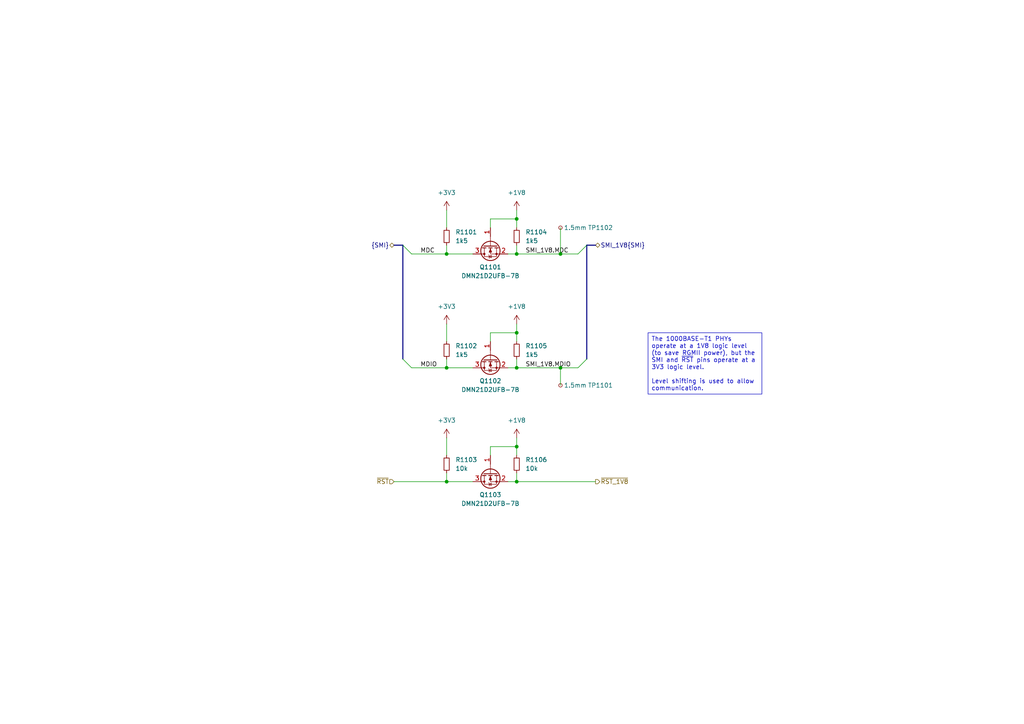
<source format=kicad_sch>
(kicad_sch
	(version 20250114)
	(generator "eeschema")
	(generator_version "9.0")
	(uuid "d955317d-35fb-4952-b0ae-794989d57670")
	(paper "A4")
	(title_block
		(title "SMI Level Shifting")
		(date "2025-06-30")
		(comment 4 "Converts 3.3V PHY management signals to 1.8V.")
	)
	(lib_symbols
		(symbol "Connector:TestPoint_Small"
			(pin_numbers
				(hide yes)
			)
			(pin_names
				(offset 0.762)
				(hide yes)
			)
			(exclude_from_sim no)
			(in_bom yes)
			(on_board yes)
			(property "Reference" "TP"
				(at 0 3.81 0)
				(effects
					(font
						(size 1.27 1.27)
					)
				)
			)
			(property "Value" "TestPoint_Small"
				(at 0 2.032 0)
				(effects
					(font
						(size 1.27 1.27)
					)
				)
			)
			(property "Footprint" ""
				(at 5.08 0 0)
				(effects
					(font
						(size 1.27 1.27)
					)
					(hide yes)
				)
			)
			(property "Datasheet" "~"
				(at 5.08 0 0)
				(effects
					(font
						(size 1.27 1.27)
					)
					(hide yes)
				)
			)
			(property "Description" "test point"
				(at 0 0 0)
				(effects
					(font
						(size 1.27 1.27)
					)
					(hide yes)
				)
			)
			(property "ki_keywords" "test point tp"
				(at 0 0 0)
				(effects
					(font
						(size 1.27 1.27)
					)
					(hide yes)
				)
			)
			(property "ki_fp_filters" "Pin* Test*"
				(at 0 0 0)
				(effects
					(font
						(size 1.27 1.27)
					)
					(hide yes)
				)
			)
			(symbol "TestPoint_Small_0_1"
				(circle
					(center 0 0)
					(radius 0.508)
					(stroke
						(width 0)
						(type default)
					)
					(fill
						(type none)
					)
				)
			)
			(symbol "TestPoint_Small_1_1"
				(pin passive line
					(at 0 0 90)
					(length 0)
					(name "1"
						(effects
							(font
								(size 1.27 1.27)
							)
						)
					)
					(number "1"
						(effects
							(font
								(size 1.27 1.27)
							)
						)
					)
				)
			)
			(embedded_fonts no)
		)
		(symbol "Device:R_Small"
			(pin_numbers
				(hide yes)
			)
			(pin_names
				(offset 0.254)
				(hide yes)
			)
			(exclude_from_sim no)
			(in_bom yes)
			(on_board yes)
			(property "Reference" "R"
				(at 0 0 90)
				(effects
					(font
						(size 1.016 1.016)
					)
				)
			)
			(property "Value" "R_Small"
				(at 1.778 0 90)
				(effects
					(font
						(size 1.27 1.27)
					)
				)
			)
			(property "Footprint" ""
				(at 0 0 0)
				(effects
					(font
						(size 1.27 1.27)
					)
					(hide yes)
				)
			)
			(property "Datasheet" "~"
				(at 0 0 0)
				(effects
					(font
						(size 1.27 1.27)
					)
					(hide yes)
				)
			)
			(property "Description" "Resistor, small symbol"
				(at 0 0 0)
				(effects
					(font
						(size 1.27 1.27)
					)
					(hide yes)
				)
			)
			(property "ki_keywords" "R resistor"
				(at 0 0 0)
				(effects
					(font
						(size 1.27 1.27)
					)
					(hide yes)
				)
			)
			(property "ki_fp_filters" "R_*"
				(at 0 0 0)
				(effects
					(font
						(size 1.27 1.27)
					)
					(hide yes)
				)
			)
			(symbol "R_Small_0_1"
				(rectangle
					(start -0.762 1.778)
					(end 0.762 -1.778)
					(stroke
						(width 0.2032)
						(type default)
					)
					(fill
						(type none)
					)
				)
			)
			(symbol "R_Small_1_1"
				(pin passive line
					(at 0 2.54 270)
					(length 0.762)
					(name "~"
						(effects
							(font
								(size 1.27 1.27)
							)
						)
					)
					(number "1"
						(effects
							(font
								(size 1.27 1.27)
							)
						)
					)
				)
				(pin passive line
					(at 0 -2.54 90)
					(length 0.762)
					(name "~"
						(effects
							(font
								(size 1.27 1.27)
							)
						)
					)
					(number "2"
						(effects
							(font
								(size 1.27 1.27)
							)
						)
					)
				)
			)
			(embedded_fonts no)
		)
		(symbol "MOSFET:DMN21D2UFB-7B"
			(pin_names
				(hide yes)
			)
			(exclude_from_sim no)
			(in_bom yes)
			(on_board yes)
			(property "Reference" "Q"
				(at 11.43 3.81 0)
				(effects
					(font
						(size 1.27 1.27)
					)
					(justify left top)
				)
			)
			(property "Value" "DMN21D2UFB-7B"
				(at 11.43 1.27 0)
				(effects
					(font
						(size 1.27 1.27)
					)
					(justify left top)
				)
			)
			(property "Footprint" "project_footprints:DMN21D2UFB7B"
				(at 11.43 -98.73 0)
				(effects
					(font
						(size 1.27 1.27)
					)
					(justify left top)
					(hide yes)
				)
			)
			(property "Datasheet" "https://componentsearchengine.com/Datasheets/1/DMN21D2UFB-7B.pdf"
				(at 11.43 -198.73 0)
				(effects
					(font
						(size 1.27 1.27)
					)
					(justify left top)
					(hide yes)
				)
			)
			(property "Description" "MOSFET MOSFET BVDSS: 8V-24V X1-DFN1006-3 T&R 10"
				(at 0 -30.48 0)
				(effects
					(font
						(size 1.27 1.27)
					)
					(hide yes)
				)
			)
			(property "Height" "0.53"
				(at 11.43 -398.73 0)
				(effects
					(font
						(size 1.27 1.27)
					)
					(justify left top)
					(hide yes)
				)
			)
			(property "Mouser Part Number" "621-DMN21D2UFB-7B"
				(at 11.43 -498.73 0)
				(effects
					(font
						(size 1.27 1.27)
					)
					(justify left top)
					(hide yes)
				)
			)
			(property "Mouser Price/Stock" ""
				(at 11.43 -598.73 0)
				(effects
					(font
						(size 1.27 1.27)
					)
					(justify left top)
					(hide yes)
				)
			)
			(property "Manufacturer_Name" "Diodes Incorporated"
				(at 11.43 -698.73 0)
				(effects
					(font
						(size 1.27 1.27)
					)
					(justify left top)
					(hide yes)
				)
			)
			(property "Manufacturer_Part_Number" "DMN21D2UFB-7B"
				(at 11.43 -798.73 0)
				(effects
					(font
						(size 1.27 1.27)
					)
					(justify left top)
					(hide yes)
				)
			)
			(symbol "DMN21D2UFB-7B_0_1"
				(polyline
					(pts
						(xy 5.334 1.905) (xy 5.334 -1.905)
					)
					(stroke
						(width 0.254)
						(type default)
					)
					(fill
						(type none)
					)
				)
				(polyline
					(pts
						(xy 5.334 0) (xy 2.54 0)
					)
					(stroke
						(width 0)
						(type default)
					)
					(fill
						(type none)
					)
				)
				(polyline
					(pts
						(xy 5.842 2.286) (xy 5.842 1.27)
					)
					(stroke
						(width 0.254)
						(type default)
					)
					(fill
						(type none)
					)
				)
				(polyline
					(pts
						(xy 5.842 0.508) (xy 5.842 -0.508)
					)
					(stroke
						(width 0.254)
						(type default)
					)
					(fill
						(type none)
					)
				)
				(polyline
					(pts
						(xy 5.842 -1.27) (xy 5.842 -2.286)
					)
					(stroke
						(width 0.254)
						(type default)
					)
					(fill
						(type none)
					)
				)
				(polyline
					(pts
						(xy 5.842 -1.778) (xy 8.382 -1.778) (xy 8.382 1.778) (xy 5.842 1.778)
					)
					(stroke
						(width 0)
						(type default)
					)
					(fill
						(type none)
					)
				)
				(polyline
					(pts
						(xy 6.096 0) (xy 7.112 0.381) (xy 7.112 -0.381) (xy 6.096 0)
					)
					(stroke
						(width 0)
						(type default)
					)
					(fill
						(type outline)
					)
				)
				(circle
					(center 6.731 0)
					(radius 2.794)
					(stroke
						(width 0.254)
						(type default)
					)
					(fill
						(type none)
					)
				)
				(polyline
					(pts
						(xy 7.62 2.54) (xy 7.62 1.778)
					)
					(stroke
						(width 0)
						(type default)
					)
					(fill
						(type none)
					)
				)
				(circle
					(center 7.62 1.778)
					(radius 0.254)
					(stroke
						(width 0)
						(type default)
					)
					(fill
						(type outline)
					)
				)
				(circle
					(center 7.62 -1.778)
					(radius 0.254)
					(stroke
						(width 0)
						(type default)
					)
					(fill
						(type outline)
					)
				)
				(polyline
					(pts
						(xy 7.62 -2.54) (xy 7.62 0) (xy 5.842 0)
					)
					(stroke
						(width 0)
						(type default)
					)
					(fill
						(type none)
					)
				)
				(polyline
					(pts
						(xy 7.874 0.508) (xy 8.001 0.381) (xy 8.763 0.381) (xy 8.89 0.254)
					)
					(stroke
						(width 0)
						(type default)
					)
					(fill
						(type none)
					)
				)
				(polyline
					(pts
						(xy 8.382 0.381) (xy 8.001 -0.254) (xy 8.763 -0.254) (xy 8.382 0.381)
					)
					(stroke
						(width 0)
						(type default)
					)
					(fill
						(type none)
					)
				)
			)
			(symbol "DMN21D2UFB-7B_1_1"
				(pin input line
					(at 0 0 0)
					(length 2.54)
					(name "G"
						(effects
							(font
								(size 1.27 1.27)
							)
						)
					)
					(number "1"
						(effects
							(font
								(size 1.27 1.27)
							)
						)
					)
				)
				(pin passive line
					(at 7.62 5.08 270)
					(length 2.54)
					(name "D"
						(effects
							(font
								(size 1.27 1.27)
							)
						)
					)
					(number "3"
						(effects
							(font
								(size 1.27 1.27)
							)
						)
					)
				)
				(pin passive line
					(at 7.62 -5.08 90)
					(length 2.54)
					(name "S"
						(effects
							(font
								(size 1.27 1.27)
							)
						)
					)
					(number "2"
						(effects
							(font
								(size 1.27 1.27)
							)
						)
					)
				)
			)
			(embedded_fonts no)
		)
		(symbol "power:+1V8"
			(power)
			(pin_numbers
				(hide yes)
			)
			(pin_names
				(offset 0)
				(hide yes)
			)
			(exclude_from_sim no)
			(in_bom yes)
			(on_board yes)
			(property "Reference" "#PWR"
				(at 0 -3.81 0)
				(effects
					(font
						(size 1.27 1.27)
					)
					(hide yes)
				)
			)
			(property "Value" "+1V8"
				(at 0 3.556 0)
				(effects
					(font
						(size 1.27 1.27)
					)
				)
			)
			(property "Footprint" ""
				(at 0 0 0)
				(effects
					(font
						(size 1.27 1.27)
					)
					(hide yes)
				)
			)
			(property "Datasheet" ""
				(at 0 0 0)
				(effects
					(font
						(size 1.27 1.27)
					)
					(hide yes)
				)
			)
			(property "Description" "Power symbol creates a global label with name \"+1V8\""
				(at 0 0 0)
				(effects
					(font
						(size 1.27 1.27)
					)
					(hide yes)
				)
			)
			(property "ki_keywords" "global power"
				(at 0 0 0)
				(effects
					(font
						(size 1.27 1.27)
					)
					(hide yes)
				)
			)
			(symbol "+1V8_0_1"
				(polyline
					(pts
						(xy -0.762 1.27) (xy 0 2.54)
					)
					(stroke
						(width 0)
						(type default)
					)
					(fill
						(type none)
					)
				)
				(polyline
					(pts
						(xy 0 2.54) (xy 0.762 1.27)
					)
					(stroke
						(width 0)
						(type default)
					)
					(fill
						(type none)
					)
				)
				(polyline
					(pts
						(xy 0 0) (xy 0 2.54)
					)
					(stroke
						(width 0)
						(type default)
					)
					(fill
						(type none)
					)
				)
			)
			(symbol "+1V8_1_1"
				(pin power_in line
					(at 0 0 90)
					(length 0)
					(name "~"
						(effects
							(font
								(size 1.27 1.27)
							)
						)
					)
					(number "1"
						(effects
							(font
								(size 1.27 1.27)
							)
						)
					)
				)
			)
			(embedded_fonts no)
		)
		(symbol "power:+3V3"
			(power)
			(pin_numbers
				(hide yes)
			)
			(pin_names
				(offset 0)
				(hide yes)
			)
			(exclude_from_sim no)
			(in_bom yes)
			(on_board yes)
			(property "Reference" "#PWR"
				(at 0 -3.81 0)
				(effects
					(font
						(size 1.27 1.27)
					)
					(hide yes)
				)
			)
			(property "Value" "+3V3"
				(at 0 3.556 0)
				(effects
					(font
						(size 1.27 1.27)
					)
				)
			)
			(property "Footprint" ""
				(at 0 0 0)
				(effects
					(font
						(size 1.27 1.27)
					)
					(hide yes)
				)
			)
			(property "Datasheet" ""
				(at 0 0 0)
				(effects
					(font
						(size 1.27 1.27)
					)
					(hide yes)
				)
			)
			(property "Description" "Power symbol creates a global label with name \"+3V3\""
				(at 0 0 0)
				(effects
					(font
						(size 1.27 1.27)
					)
					(hide yes)
				)
			)
			(property "ki_keywords" "global power"
				(at 0 0 0)
				(effects
					(font
						(size 1.27 1.27)
					)
					(hide yes)
				)
			)
			(symbol "+3V3_0_1"
				(polyline
					(pts
						(xy -0.762 1.27) (xy 0 2.54)
					)
					(stroke
						(width 0)
						(type default)
					)
					(fill
						(type none)
					)
				)
				(polyline
					(pts
						(xy 0 2.54) (xy 0.762 1.27)
					)
					(stroke
						(width 0)
						(type default)
					)
					(fill
						(type none)
					)
				)
				(polyline
					(pts
						(xy 0 0) (xy 0 2.54)
					)
					(stroke
						(width 0)
						(type default)
					)
					(fill
						(type none)
					)
				)
			)
			(symbol "+3V3_1_1"
				(pin power_in line
					(at 0 0 90)
					(length 0)
					(name "~"
						(effects
							(font
								(size 1.27 1.27)
							)
						)
					)
					(number "1"
						(effects
							(font
								(size 1.27 1.27)
							)
						)
					)
				)
			)
			(embedded_fonts no)
		)
	)
	(text_box "The 1000BASE-T1 PHYs operate at a 1V8 logic level (to save RGMII power), but the SMI and ~{RST} pins operate at a 3V3 logic level.\n\nLevel shifting is used to allow communication."
		(exclude_from_sim no)
		(at 187.96 96.52 0)
		(size 33.02 17.78)
		(margins 0.9525 0.9525 0.9525 0.9525)
		(stroke
			(width 0)
			(type solid)
		)
		(fill
			(type none)
		)
		(effects
			(font
				(size 1.27 1.27)
			)
			(justify left top)
		)
		(uuid "900860e7-f77a-4f00-a9a2-03d2371752eb")
	)
	(junction
		(at 149.86 96.52)
		(diameter 0)
		(color 0 0 0 0)
		(uuid "02640387-d91b-4d2b-bbe7-a9f6b1551992")
	)
	(junction
		(at 149.86 139.7)
		(diameter 0)
		(color 0 0 0 0)
		(uuid "05532348-64e0-4cbd-a4d0-ea50db4aecc0")
	)
	(junction
		(at 129.54 73.66)
		(diameter 0)
		(color 0 0 0 0)
		(uuid "0b83e954-a78f-48a6-abb0-212960d0292f")
	)
	(junction
		(at 129.54 139.7)
		(diameter 0)
		(color 0 0 0 0)
		(uuid "4bd00b8d-16f1-4f63-aba9-862bc35bec98")
	)
	(junction
		(at 149.86 129.54)
		(diameter 0)
		(color 0 0 0 0)
		(uuid "4f892415-8870-41e5-bb7a-a9d019c73c16")
	)
	(junction
		(at 129.54 106.68)
		(diameter 0)
		(color 0 0 0 0)
		(uuid "902f599e-5d42-4041-84db-6f02493da975")
	)
	(junction
		(at 149.86 106.68)
		(diameter 0)
		(color 0 0 0 0)
		(uuid "9f58ae46-d8bc-4cc0-8de0-8b638b9764fd")
	)
	(junction
		(at 162.56 106.68)
		(diameter 0)
		(color 0 0 0 0)
		(uuid "e7932b5e-7dd9-45ff-8080-17acae060f15")
	)
	(junction
		(at 162.56 73.66)
		(diameter 0)
		(color 0 0 0 0)
		(uuid "ebc2730e-75df-4a4b-b85b-ff9df0408c07")
	)
	(junction
		(at 149.86 73.66)
		(diameter 0)
		(color 0 0 0 0)
		(uuid "f1c26f82-e4fb-4a26-99c3-3193a17e2bac")
	)
	(junction
		(at 149.86 63.5)
		(diameter 0)
		(color 0 0 0 0)
		(uuid "fd1a4322-4735-4a91-9d96-0f1af556ef7d")
	)
	(bus_entry
		(at 116.84 104.14)
		(size 2.54 2.54)
		(stroke
			(width 0)
			(type default)
		)
		(uuid "3d885405-07f0-4071-aa54-e0a993a76e3d")
	)
	(bus_entry
		(at 116.84 71.12)
		(size 2.54 2.54)
		(stroke
			(width 0)
			(type default)
		)
		(uuid "5e603194-120f-4926-83c4-b2bca214f2bb")
	)
	(bus_entry
		(at 170.18 71.12)
		(size -2.54 2.54)
		(stroke
			(width 0)
			(type default)
		)
		(uuid "9c56e9d6-8a77-4a18-b6a6-23e1a7590a79")
	)
	(bus_entry
		(at 170.18 104.14)
		(size -2.54 2.54)
		(stroke
			(width 0)
			(type default)
		)
		(uuid "e5f5426c-d820-438b-aeb9-9b22d831e077")
	)
	(wire
		(pts
			(xy 149.86 96.52) (xy 149.86 99.06)
		)
		(stroke
			(width 0)
			(type default)
		)
		(uuid "03cfdf74-fdf3-4ac2-85f4-e5790ea0f32b")
	)
	(wire
		(pts
			(xy 142.24 96.52) (xy 149.86 96.52)
		)
		(stroke
			(width 0)
			(type default)
		)
		(uuid "044ba919-5b1e-49fd-ba0f-e1cc6cee5129")
	)
	(wire
		(pts
			(xy 142.24 132.08) (xy 142.24 129.54)
		)
		(stroke
			(width 0)
			(type default)
		)
		(uuid "0d7f3764-fa65-4579-972e-c4e801963cf9")
	)
	(wire
		(pts
			(xy 149.86 63.5) (xy 149.86 66.04)
		)
		(stroke
			(width 0)
			(type default)
		)
		(uuid "11e11e7c-79b6-473b-aacc-4e2089d66ccf")
	)
	(wire
		(pts
			(xy 149.86 93.98) (xy 149.86 96.52)
		)
		(stroke
			(width 0)
			(type default)
		)
		(uuid "16171e8c-269a-45cf-acc5-68127f2e2129")
	)
	(wire
		(pts
			(xy 149.86 73.66) (xy 162.56 73.66)
		)
		(stroke
			(width 0)
			(type default)
		)
		(uuid "171ec628-8a00-4780-ba90-3048df927c4c")
	)
	(wire
		(pts
			(xy 162.56 106.68) (xy 162.56 111.76)
		)
		(stroke
			(width 0)
			(type default)
		)
		(uuid "195308c3-7cbb-46ae-9127-da3d3e094602")
	)
	(wire
		(pts
			(xy 142.24 129.54) (xy 149.86 129.54)
		)
		(stroke
			(width 0)
			(type default)
		)
		(uuid "1eadfe7f-2ef1-46b5-b0dd-0d5fc00b8659")
	)
	(wire
		(pts
			(xy 114.3 139.7) (xy 129.54 139.7)
		)
		(stroke
			(width 0)
			(type default)
		)
		(uuid "213c79d8-4fdd-4937-92f9-fb90c4c24554")
	)
	(wire
		(pts
			(xy 147.32 73.66) (xy 149.86 73.66)
		)
		(stroke
			(width 0)
			(type default)
		)
		(uuid "214333d3-2fc6-4072-a647-cb412a0f28bd")
	)
	(wire
		(pts
			(xy 129.54 60.96) (xy 129.54 66.04)
		)
		(stroke
			(width 0)
			(type default)
		)
		(uuid "2ec6cdb8-c3bb-4840-b352-5fd03c84a73b")
	)
	(wire
		(pts
			(xy 142.24 66.04) (xy 142.24 63.5)
		)
		(stroke
			(width 0)
			(type default)
		)
		(uuid "384dd3b9-1d5a-49b0-86ce-09034df39e36")
	)
	(wire
		(pts
			(xy 142.24 99.06) (xy 142.24 96.52)
		)
		(stroke
			(width 0)
			(type default)
		)
		(uuid "40598e09-b616-46bb-ad14-db1ca7bb9d07")
	)
	(wire
		(pts
			(xy 149.86 104.14) (xy 149.86 106.68)
		)
		(stroke
			(width 0)
			(type default)
		)
		(uuid "4bba16f9-fdd9-4cc3-a3a8-c61553359ffd")
	)
	(wire
		(pts
			(xy 149.86 129.54) (xy 149.86 132.08)
		)
		(stroke
			(width 0)
			(type default)
		)
		(uuid "51551c07-1f62-4950-a0a5-3808e952681e")
	)
	(wire
		(pts
			(xy 149.86 127) (xy 149.86 129.54)
		)
		(stroke
			(width 0)
			(type default)
		)
		(uuid "5c0260a1-329b-4799-9ec8-3752469166a7")
	)
	(wire
		(pts
			(xy 149.86 106.68) (xy 162.56 106.68)
		)
		(stroke
			(width 0)
			(type default)
		)
		(uuid "704c8673-e556-476c-98ab-1d34b33add3b")
	)
	(wire
		(pts
			(xy 162.56 73.66) (xy 167.64 73.66)
		)
		(stroke
			(width 0)
			(type default)
		)
		(uuid "7da8ec7c-f4f2-4a6a-855a-914e6c5ad9db")
	)
	(wire
		(pts
			(xy 149.86 60.96) (xy 149.86 63.5)
		)
		(stroke
			(width 0)
			(type default)
		)
		(uuid "858bbf6e-2359-40d5-8baf-76b1ebeca5a6")
	)
	(wire
		(pts
			(xy 142.24 63.5) (xy 149.86 63.5)
		)
		(stroke
			(width 0)
			(type default)
		)
		(uuid "873689fe-425f-4e2b-acb5-e9fcc74843c2")
	)
	(wire
		(pts
			(xy 149.86 71.12) (xy 149.86 73.66)
		)
		(stroke
			(width 0)
			(type default)
		)
		(uuid "878d4f8e-1c7a-4aaf-b339-b8ee22801ec4")
	)
	(wire
		(pts
			(xy 149.86 137.16) (xy 149.86 139.7)
		)
		(stroke
			(width 0)
			(type default)
		)
		(uuid "9b3a3b9e-c709-4072-a232-78483bacc07d")
	)
	(wire
		(pts
			(xy 129.54 93.98) (xy 129.54 99.06)
		)
		(stroke
			(width 0)
			(type default)
		)
		(uuid "9d3f0677-89f7-4774-a4a4-448beea33eae")
	)
	(wire
		(pts
			(xy 129.54 104.14) (xy 129.54 106.68)
		)
		(stroke
			(width 0)
			(type default)
		)
		(uuid "9f5862c8-7e9d-4d99-b399-095d471b984f")
	)
	(wire
		(pts
			(xy 147.32 106.68) (xy 149.86 106.68)
		)
		(stroke
			(width 0)
			(type default)
		)
		(uuid "a0980aec-5113-437b-a3c4-d5281e1eace6")
	)
	(wire
		(pts
			(xy 162.56 106.68) (xy 167.64 106.68)
		)
		(stroke
			(width 0)
			(type default)
		)
		(uuid "aeb22915-14ca-4720-8cc7-3e9021772877")
	)
	(wire
		(pts
			(xy 149.86 139.7) (xy 172.72 139.7)
		)
		(stroke
			(width 0)
			(type default)
		)
		(uuid "b153f002-6675-4b6e-944c-cf938b6a05bb")
	)
	(wire
		(pts
			(xy 162.56 66.04) (xy 162.56 73.66)
		)
		(stroke
			(width 0)
			(type default)
		)
		(uuid "b6a06c34-2521-4385-87b7-e5388f642361")
	)
	(wire
		(pts
			(xy 119.38 73.66) (xy 129.54 73.66)
		)
		(stroke
			(width 0)
			(type default)
		)
		(uuid "bf2907f1-704d-4bd0-a868-cc46b99293ce")
	)
	(wire
		(pts
			(xy 129.54 127) (xy 129.54 132.08)
		)
		(stroke
			(width 0)
			(type default)
		)
		(uuid "c0217dc5-1d5e-4a4c-ae99-a229448ac819")
	)
	(bus
		(pts
			(xy 170.18 71.12) (xy 172.72 71.12)
		)
		(stroke
			(width 0)
			(type default)
		)
		(uuid "c39aa0fd-4468-48da-950a-f32064ec2448")
	)
	(bus
		(pts
			(xy 116.84 71.12) (xy 114.3 71.12)
		)
		(stroke
			(width 0)
			(type default)
		)
		(uuid "c5b98ff4-1247-4945-a404-c705ceed2e68")
	)
	(bus
		(pts
			(xy 170.18 71.12) (xy 170.18 104.14)
		)
		(stroke
			(width 0)
			(type default)
		)
		(uuid "c73b48d1-fdb5-4551-af3f-fde4e094bbeb")
	)
	(wire
		(pts
			(xy 129.54 137.16) (xy 129.54 139.7)
		)
		(stroke
			(width 0)
			(type default)
		)
		(uuid "cc6f6ab1-ca11-4c3b-922c-7194d5e69eec")
	)
	(wire
		(pts
			(xy 119.38 106.68) (xy 129.54 106.68)
		)
		(stroke
			(width 0)
			(type default)
		)
		(uuid "d4def9bf-f96a-4251-8d84-35db3153d0e5")
	)
	(wire
		(pts
			(xy 147.32 139.7) (xy 149.86 139.7)
		)
		(stroke
			(width 0)
			(type default)
		)
		(uuid "dfd582e3-dfbb-482d-b1e3-e987ba2a17da")
	)
	(wire
		(pts
			(xy 129.54 71.12) (xy 129.54 73.66)
		)
		(stroke
			(width 0)
			(type default)
		)
		(uuid "ed4fd2db-dcd1-4f27-b17c-dfd668927bb2")
	)
	(wire
		(pts
			(xy 129.54 106.68) (xy 137.16 106.68)
		)
		(stroke
			(width 0)
			(type default)
		)
		(uuid "f0542960-d51b-4d42-9abe-cdaa2ffb8fb7")
	)
	(wire
		(pts
			(xy 129.54 73.66) (xy 137.16 73.66)
		)
		(stroke
			(width 0)
			(type default)
		)
		(uuid "f47e2b94-1769-4a6f-95f5-7248aa02a188")
	)
	(bus
		(pts
			(xy 116.84 71.12) (xy 116.84 104.14)
		)
		(stroke
			(width 0)
			(type default)
		)
		(uuid "f52591c7-fee9-4615-a775-c8f37a56f9ac")
	)
	(wire
		(pts
			(xy 129.54 139.7) (xy 137.16 139.7)
		)
		(stroke
			(width 0)
			(type default)
		)
		(uuid "f9de8b64-9b2e-492e-8514-2de5d66d401e")
	)
	(label "SMI_1V8.MDIO"
		(at 152.4 106.68 0)
		(effects
			(font
				(size 1.27 1.27)
			)
			(justify left bottom)
		)
		(uuid "070e454f-7607-4583-8721-411212451354")
	)
	(label "MDC"
		(at 121.92 73.66 0)
		(effects
			(font
				(size 1.27 1.27)
			)
			(justify left bottom)
		)
		(uuid "31251902-fb37-48b0-a524-36493b11f754")
	)
	(label "MDIO"
		(at 121.92 106.68 0)
		(effects
			(font
				(size 1.27 1.27)
			)
			(justify left bottom)
		)
		(uuid "9e0371e7-59af-4992-89c2-b1e1b91b995e")
	)
	(label "SMI_1V8.MDC"
		(at 152.4 73.66 0)
		(effects
			(font
				(size 1.27 1.27)
			)
			(justify left bottom)
		)
		(uuid "a27e24cd-6b40-4bb2-abae-21572e165e16")
	)
	(hierarchical_label "{SMI}"
		(shape bidirectional)
		(at 114.3 71.12 180)
		(effects
			(font
				(size 1.27 1.27)
			)
			(justify right)
		)
		(uuid "5514c730-a648-429c-af16-f342a5543c66")
	)
	(hierarchical_label "~{RST}"
		(shape input)
		(at 114.3 139.7 180)
		(effects
			(font
				(size 1.27 1.27)
			)
			(justify right)
		)
		(uuid "9e76fa52-75a0-4548-9615-6c6d2890754b")
	)
	(hierarchical_label "~{RST_1V8}"
		(shape output)
		(at 172.72 139.7 0)
		(effects
			(font
				(size 1.27 1.27)
			)
			(justify left)
		)
		(uuid "a53a8319-40d4-43ad-b954-85df9490499e")
	)
	(hierarchical_label "SMI_1V8{SMI}"
		(shape bidirectional)
		(at 172.72 71.12 0)
		(effects
			(font
				(size 1.27 1.27)
			)
			(justify left)
		)
		(uuid "e86ca146-6bbc-4390-bd2b-856bfd4be85a")
	)
	(symbol
		(lib_id "MOSFET:DMN21D2UFB-7B")
		(at 142.24 99.06 90)
		(mirror x)
		(unit 1)
		(exclude_from_sim no)
		(in_bom yes)
		(on_board yes)
		(dnp no)
		(uuid "1845c6e0-dc0a-4880-b5d1-a491c3e71b57")
		(property "Reference" "Q1102"
			(at 142.24 110.49 90)
			(effects
				(font
					(size 1.27 1.27)
				)
			)
		)
		(property "Value" "DMN21D2UFB-7B"
			(at 142.24 113.03 90)
			(effects
				(font
					(size 1.27 1.27)
				)
			)
		)
		(property "Footprint" "project_footprints:DMN21D2UFB7B"
			(at 240.97 110.49 0)
			(effects
				(font
					(size 1.27 1.27)
				)
				(justify left top)
				(hide yes)
			)
		)
		(property "Datasheet" "https://componentsearchengine.com/Datasheets/1/DMN21D2UFB-7B.pdf"
			(at 340.97 110.49 0)
			(effects
				(font
					(size 1.27 1.27)
				)
				(justify left top)
				(hide yes)
			)
		)
		(property "Description" "MOSFET MOSFET BVDSS: 8V-24V X1-DFN1006-3 T&R 10"
			(at 172.72 99.06 0)
			(effects
				(font
					(size 1.27 1.27)
				)
				(hide yes)
			)
		)
		(property "Height" "0.53"
			(at 540.97 110.49 0)
			(effects
				(font
					(size 1.27 1.27)
				)
				(justify left top)
				(hide yes)
			)
		)
		(property "Mouser Part Number" "621-DMN21D2UFB-7B"
			(at 640.97 110.49 0)
			(effects
				(font
					(size 1.27 1.27)
				)
				(justify left top)
				(hide yes)
			)
		)
		(property "Mouser Price/Stock" ""
			(at 740.97 110.49 0)
			(effects
				(font
					(size 1.27 1.27)
				)
				(justify left top)
				(hide yes)
			)
		)
		(property "Manufacturer_Name" "Diodes Incorporated"
			(at 840.97 110.49 0)
			(effects
				(font
					(size 1.27 1.27)
				)
				(justify left top)
				(hide yes)
			)
		)
		(property "Manufacturer_Part_Number" "DMN21D2UFB-7B"
			(at 940.97 110.49 0)
			(effects
				(font
					(size 1.27 1.27)
				)
				(justify left top)
				(hide yes)
			)
		)
		(property "Sim.Library" "sim_models\\DMN21D2UFB.spice.txt"
			(at 142.24 99.06 0)
			(effects
				(font
					(size 1.27 1.27)
				)
				(hide yes)
			)
		)
		(property "Sim.Name" "DMN21D2UFB"
			(at 142.24 99.06 0)
			(effects
				(font
					(size 1.27 1.27)
				)
				(hide yes)
			)
		)
		(property "Sim.Device" "SUBCKT"
			(at 142.24 99.06 0)
			(effects
				(font
					(size 1.27 1.27)
				)
				(hide yes)
			)
		)
		(property "Sim.Pins" "1=20 2=30 3=10"
			(at 142.24 99.06 0)
			(effects
				(font
					(size 1.27 1.27)
				)
				(hide yes)
			)
		)
		(pin "1"
			(uuid "6ce3ecbe-eb92-4953-868b-9baa5dab820d")
		)
		(pin "3"
			(uuid "c7d8ffcc-8538-44ed-a4fa-b0c64d7e7659")
		)
		(pin "2"
			(uuid "c9cef2a3-0d55-4b28-9fda-4822034bd34d")
		)
		(instances
			(project "switch_main_v4"
				(path "/a5e57332-4284-4d3c-ab3c-13bc0ddb29b6/71322af8-b569-498c-a6bf-684e9909732c/7f641fd6-8e95-45a8-8c09-4601f61f3219"
					(reference "Q1102")
					(unit 1)
				)
			)
		)
	)
	(symbol
		(lib_id "Connector:TestPoint_Small")
		(at 162.56 66.04 0)
		(unit 1)
		(exclude_from_sim no)
		(in_bom no)
		(on_board yes)
		(dnp no)
		(uuid "23324f56-acab-428f-bcae-ab06fd250ee9")
		(property "Reference" "TP1102"
			(at 177.8 66.04 0)
			(effects
				(font
					(size 1.27 1.27)
				)
				(justify right)
			)
		)
		(property "Value" "1.5mm"
			(at 170.18 66.04 0)
			(effects
				(font
					(size 1.27 1.27)
				)
				(justify right)
			)
		)
		(property "Footprint" "TestPoint:TestPoint_Pad_D1.5mm"
			(at 167.64 66.04 0)
			(effects
				(font
					(size 1.27 1.27)
				)
				(hide yes)
			)
		)
		(property "Datasheet" "~"
			(at 167.64 66.04 0)
			(effects
				(font
					(size 1.27 1.27)
				)
				(hide yes)
			)
		)
		(property "Description" "test point"
			(at 162.56 66.04 0)
			(effects
				(font
					(size 1.27 1.27)
				)
				(hide yes)
			)
		)
		(pin "1"
			(uuid "f0f349fb-b08b-4472-ae51-ef03d749efe6")
		)
		(instances
			(project "switch_main_v4"
				(path "/a5e57332-4284-4d3c-ab3c-13bc0ddb29b6/71322af8-b569-498c-a6bf-684e9909732c/7f641fd6-8e95-45a8-8c09-4601f61f3219"
					(reference "TP1102")
					(unit 1)
				)
			)
		)
	)
	(symbol
		(lib_id "power:+1V8")
		(at 149.86 93.98 0)
		(unit 1)
		(exclude_from_sim no)
		(in_bom yes)
		(on_board yes)
		(dnp no)
		(fields_autoplaced yes)
		(uuid "330314a8-e731-473b-b4ed-b98935797ed9")
		(property "Reference" "#PWR01105"
			(at 149.86 97.79 0)
			(effects
				(font
					(size 1.27 1.27)
				)
				(hide yes)
			)
		)
		(property "Value" "+1V8"
			(at 149.86 88.9 0)
			(effects
				(font
					(size 1.27 1.27)
				)
			)
		)
		(property "Footprint" ""
			(at 149.86 93.98 0)
			(effects
				(font
					(size 1.27 1.27)
				)
				(hide yes)
			)
		)
		(property "Datasheet" ""
			(at 149.86 93.98 0)
			(effects
				(font
					(size 1.27 1.27)
				)
				(hide yes)
			)
		)
		(property "Description" "Power symbol creates a global label with name \"+1V8\""
			(at 149.86 93.98 0)
			(effects
				(font
					(size 1.27 1.27)
				)
				(hide yes)
			)
		)
		(pin "1"
			(uuid "0eccb489-ba23-472b-be60-5468e8b90623")
		)
		(instances
			(project "switch_main_v4"
				(path "/a5e57332-4284-4d3c-ab3c-13bc0ddb29b6/71322af8-b569-498c-a6bf-684e9909732c/7f641fd6-8e95-45a8-8c09-4601f61f3219"
					(reference "#PWR01105")
					(unit 1)
				)
			)
		)
	)
	(symbol
		(lib_id "power:+3V3")
		(at 129.54 60.96 0)
		(unit 1)
		(exclude_from_sim no)
		(in_bom yes)
		(on_board yes)
		(dnp no)
		(fields_autoplaced yes)
		(uuid "3f1de085-a8ca-4692-b195-45e2a662deed")
		(property "Reference" "#PWR01101"
			(at 129.54 64.77 0)
			(effects
				(font
					(size 1.27 1.27)
				)
				(hide yes)
			)
		)
		(property "Value" "+3V3"
			(at 129.54 55.88 0)
			(effects
				(font
					(size 1.27 1.27)
				)
			)
		)
		(property "Footprint" ""
			(at 129.54 60.96 0)
			(effects
				(font
					(size 1.27 1.27)
				)
				(hide yes)
			)
		)
		(property "Datasheet" ""
			(at 129.54 60.96 0)
			(effects
				(font
					(size 1.27 1.27)
				)
				(hide yes)
			)
		)
		(property "Description" "Power symbol creates a global label with name \"+3V3\""
			(at 129.54 60.96 0)
			(effects
				(font
					(size 1.27 1.27)
				)
				(hide yes)
			)
		)
		(pin "1"
			(uuid "8f8a51cd-e1cf-4cca-95f8-ff583173afae")
		)
		(instances
			(project "switch_main_v4"
				(path "/a5e57332-4284-4d3c-ab3c-13bc0ddb29b6/71322af8-b569-498c-a6bf-684e9909732c/7f641fd6-8e95-45a8-8c09-4601f61f3219"
					(reference "#PWR01101")
					(unit 1)
				)
			)
		)
	)
	(symbol
		(lib_id "Device:R_Small")
		(at 129.54 101.6 180)
		(unit 1)
		(exclude_from_sim no)
		(in_bom yes)
		(on_board yes)
		(dnp no)
		(uuid "43383970-e7d6-40bb-bac6-62442559e184")
		(property "Reference" "R1102"
			(at 132.08 100.3299 0)
			(effects
				(font
					(size 1.27 1.27)
				)
				(justify right)
			)
		)
		(property "Value" "1k5"
			(at 132.08 102.8699 0)
			(effects
				(font
					(size 1.27 1.27)
				)
				(justify right)
			)
		)
		(property "Footprint" "Resistor_SMD:R_0402_1005Metric"
			(at 129.54 101.6 0)
			(effects
				(font
					(size 1.27 1.27)
				)
				(hide yes)
			)
		)
		(property "Datasheet" "~"
			(at 129.54 101.6 0)
			(effects
				(font
					(size 1.27 1.27)
				)
				(hide yes)
			)
		)
		(property "Description" "Resistor, small symbol"
			(at 129.54 101.6 0)
			(effects
				(font
					(size 1.27 1.27)
				)
				(hide yes)
			)
		)
		(pin "2"
			(uuid "5de5d448-9ef1-4ea5-9bfa-a55408b5ff5d")
		)
		(pin "1"
			(uuid "95aba4ad-9111-47af-8246-394ee1ab86d2")
		)
		(instances
			(project "switch_main_v4"
				(path "/a5e57332-4284-4d3c-ab3c-13bc0ddb29b6/71322af8-b569-498c-a6bf-684e9909732c/7f641fd6-8e95-45a8-8c09-4601f61f3219"
					(reference "R1102")
					(unit 1)
				)
			)
		)
	)
	(symbol
		(lib_id "power:+1V8")
		(at 149.86 127 0)
		(unit 1)
		(exclude_from_sim no)
		(in_bom yes)
		(on_board yes)
		(dnp no)
		(fields_autoplaced yes)
		(uuid "48de2634-aae3-465d-afdd-ed0fd8aa4b87")
		(property "Reference" "#PWR01106"
			(at 149.86 130.81 0)
			(effects
				(font
					(size 1.27 1.27)
				)
				(hide yes)
			)
		)
		(property "Value" "+1V8"
			(at 149.86 121.92 0)
			(effects
				(font
					(size 1.27 1.27)
				)
			)
		)
		(property "Footprint" ""
			(at 149.86 127 0)
			(effects
				(font
					(size 1.27 1.27)
				)
				(hide yes)
			)
		)
		(property "Datasheet" ""
			(at 149.86 127 0)
			(effects
				(font
					(size 1.27 1.27)
				)
				(hide yes)
			)
		)
		(property "Description" "Power symbol creates a global label with name \"+1V8\""
			(at 149.86 127 0)
			(effects
				(font
					(size 1.27 1.27)
				)
				(hide yes)
			)
		)
		(pin "1"
			(uuid "6c87d177-195a-4902-8fc5-f1b20a54e9da")
		)
		(instances
			(project "switch_main_v4"
				(path "/a5e57332-4284-4d3c-ab3c-13bc0ddb29b6/71322af8-b569-498c-a6bf-684e9909732c/7f641fd6-8e95-45a8-8c09-4601f61f3219"
					(reference "#PWR01106")
					(unit 1)
				)
			)
		)
	)
	(symbol
		(lib_id "Device:R_Small")
		(at 129.54 68.58 180)
		(unit 1)
		(exclude_from_sim no)
		(in_bom yes)
		(on_board yes)
		(dnp no)
		(uuid "490e974a-61b3-4a97-b741-b60a6c108bd2")
		(property "Reference" "R1101"
			(at 132.08 67.3099 0)
			(effects
				(font
					(size 1.27 1.27)
				)
				(justify right)
			)
		)
		(property "Value" "1k5"
			(at 132.08 69.8499 0)
			(effects
				(font
					(size 1.27 1.27)
				)
				(justify right)
			)
		)
		(property "Footprint" "Resistor_SMD:R_0402_1005Metric"
			(at 129.54 68.58 0)
			(effects
				(font
					(size 1.27 1.27)
				)
				(hide yes)
			)
		)
		(property "Datasheet" "~"
			(at 129.54 68.58 0)
			(effects
				(font
					(size 1.27 1.27)
				)
				(hide yes)
			)
		)
		(property "Description" "Resistor, small symbol"
			(at 129.54 68.58 0)
			(effects
				(font
					(size 1.27 1.27)
				)
				(hide yes)
			)
		)
		(pin "2"
			(uuid "ee09f1e8-e873-4b65-97ac-b5d6cbcaf26e")
		)
		(pin "1"
			(uuid "5945f0ae-c669-45cc-870a-0d6793786394")
		)
		(instances
			(project "switch_main_v4"
				(path "/a5e57332-4284-4d3c-ab3c-13bc0ddb29b6/71322af8-b569-498c-a6bf-684e9909732c/7f641fd6-8e95-45a8-8c09-4601f61f3219"
					(reference "R1101")
					(unit 1)
				)
			)
		)
	)
	(symbol
		(lib_id "Device:R_Small")
		(at 129.54 134.62 180)
		(unit 1)
		(exclude_from_sim no)
		(in_bom yes)
		(on_board yes)
		(dnp no)
		(uuid "5e7e46d3-353c-45f3-8593-f9c5427181ab")
		(property "Reference" "R1103"
			(at 132.08 133.3499 0)
			(effects
				(font
					(size 1.27 1.27)
				)
				(justify right)
			)
		)
		(property "Value" "10k"
			(at 132.08 135.8899 0)
			(effects
				(font
					(size 1.27 1.27)
				)
				(justify right)
			)
		)
		(property "Footprint" "Resistor_SMD:R_0402_1005Metric"
			(at 129.54 134.62 0)
			(effects
				(font
					(size 1.27 1.27)
				)
				(hide yes)
			)
		)
		(property "Datasheet" "~"
			(at 129.54 134.62 0)
			(effects
				(font
					(size 1.27 1.27)
				)
				(hide yes)
			)
		)
		(property "Description" "Resistor, small symbol"
			(at 129.54 134.62 0)
			(effects
				(font
					(size 1.27 1.27)
				)
				(hide yes)
			)
		)
		(pin "2"
			(uuid "63af6d0b-d63c-4948-8d56-9d4e6199260b")
		)
		(pin "1"
			(uuid "b6894cce-dbd4-4845-abdb-9efef533ca2e")
		)
		(instances
			(project "switch_main_v4"
				(path "/a5e57332-4284-4d3c-ab3c-13bc0ddb29b6/71322af8-b569-498c-a6bf-684e9909732c/7f641fd6-8e95-45a8-8c09-4601f61f3219"
					(reference "R1103")
					(unit 1)
				)
			)
		)
	)
	(symbol
		(lib_id "Connector:TestPoint_Small")
		(at 162.56 111.76 0)
		(unit 1)
		(exclude_from_sim no)
		(in_bom no)
		(on_board yes)
		(dnp no)
		(uuid "670563b0-fd62-4fd8-838b-3d74d7c62370")
		(property "Reference" "TP1101"
			(at 177.8 111.76 0)
			(effects
				(font
					(size 1.27 1.27)
				)
				(justify right)
			)
		)
		(property "Value" "1.5mm"
			(at 170.18 111.76 0)
			(effects
				(font
					(size 1.27 1.27)
				)
				(justify right)
			)
		)
		(property "Footprint" "TestPoint:TestPoint_Pad_D1.5mm"
			(at 167.64 111.76 0)
			(effects
				(font
					(size 1.27 1.27)
				)
				(hide yes)
			)
		)
		(property "Datasheet" "~"
			(at 167.64 111.76 0)
			(effects
				(font
					(size 1.27 1.27)
				)
				(hide yes)
			)
		)
		(property "Description" "test point"
			(at 162.56 111.76 0)
			(effects
				(font
					(size 1.27 1.27)
				)
				(hide yes)
			)
		)
		(pin "1"
			(uuid "3ee287c2-edbd-486c-ac13-ffebc6ff89ff")
		)
		(instances
			(project "switch_main_v4"
				(path "/a5e57332-4284-4d3c-ab3c-13bc0ddb29b6/71322af8-b569-498c-a6bf-684e9909732c/7f641fd6-8e95-45a8-8c09-4601f61f3219"
					(reference "TP1101")
					(unit 1)
				)
			)
		)
	)
	(symbol
		(lib_id "power:+3V3")
		(at 129.54 127 0)
		(unit 1)
		(exclude_from_sim no)
		(in_bom yes)
		(on_board yes)
		(dnp no)
		(fields_autoplaced yes)
		(uuid "6fa110a4-b1c8-481d-877c-d5f9008fbee7")
		(property "Reference" "#PWR01103"
			(at 129.54 130.81 0)
			(effects
				(font
					(size 1.27 1.27)
				)
				(hide yes)
			)
		)
		(property "Value" "+3V3"
			(at 129.54 121.92 0)
			(effects
				(font
					(size 1.27 1.27)
				)
			)
		)
		(property "Footprint" ""
			(at 129.54 127 0)
			(effects
				(font
					(size 1.27 1.27)
				)
				(hide yes)
			)
		)
		(property "Datasheet" ""
			(at 129.54 127 0)
			(effects
				(font
					(size 1.27 1.27)
				)
				(hide yes)
			)
		)
		(property "Description" "Power symbol creates a global label with name \"+3V3\""
			(at 129.54 127 0)
			(effects
				(font
					(size 1.27 1.27)
				)
				(hide yes)
			)
		)
		(pin "1"
			(uuid "b756bb0e-3ab7-42a4-9660-5f1b813f7b3b")
		)
		(instances
			(project "switch_main_v4"
				(path "/a5e57332-4284-4d3c-ab3c-13bc0ddb29b6/71322af8-b569-498c-a6bf-684e9909732c/7f641fd6-8e95-45a8-8c09-4601f61f3219"
					(reference "#PWR01103")
					(unit 1)
				)
			)
		)
	)
	(symbol
		(lib_id "power:+3V3")
		(at 129.54 93.98 0)
		(unit 1)
		(exclude_from_sim no)
		(in_bom yes)
		(on_board yes)
		(dnp no)
		(fields_autoplaced yes)
		(uuid "802fb476-8a7c-42e2-8487-046ca517d864")
		(property "Reference" "#PWR01102"
			(at 129.54 97.79 0)
			(effects
				(font
					(size 1.27 1.27)
				)
				(hide yes)
			)
		)
		(property "Value" "+3V3"
			(at 129.54 88.9 0)
			(effects
				(font
					(size 1.27 1.27)
				)
			)
		)
		(property "Footprint" ""
			(at 129.54 93.98 0)
			(effects
				(font
					(size 1.27 1.27)
				)
				(hide yes)
			)
		)
		(property "Datasheet" ""
			(at 129.54 93.98 0)
			(effects
				(font
					(size 1.27 1.27)
				)
				(hide yes)
			)
		)
		(property "Description" "Power symbol creates a global label with name \"+3V3\""
			(at 129.54 93.98 0)
			(effects
				(font
					(size 1.27 1.27)
				)
				(hide yes)
			)
		)
		(pin "1"
			(uuid "2f50a4f7-f1dc-4d9c-b8b6-e7497d23bc69")
		)
		(instances
			(project "switch_main_v4"
				(path "/a5e57332-4284-4d3c-ab3c-13bc0ddb29b6/71322af8-b569-498c-a6bf-684e9909732c/7f641fd6-8e95-45a8-8c09-4601f61f3219"
					(reference "#PWR01102")
					(unit 1)
				)
			)
		)
	)
	(symbol
		(lib_id "MOSFET:DMN21D2UFB-7B")
		(at 142.24 66.04 90)
		(mirror x)
		(unit 1)
		(exclude_from_sim no)
		(in_bom yes)
		(on_board yes)
		(dnp no)
		(uuid "81bc9205-d296-4f85-9903-a231a9a00c92")
		(property "Reference" "Q1101"
			(at 142.24 77.47 90)
			(effects
				(font
					(size 1.27 1.27)
				)
			)
		)
		(property "Value" "DMN21D2UFB-7B"
			(at 142.24 80.01 90)
			(effects
				(font
					(size 1.27 1.27)
				)
			)
		)
		(property "Footprint" "project_footprints:DMN21D2UFB7B"
			(at 240.97 77.47 0)
			(effects
				(font
					(size 1.27 1.27)
				)
				(justify left top)
				(hide yes)
			)
		)
		(property "Datasheet" "https://componentsearchengine.com/Datasheets/1/DMN21D2UFB-7B.pdf"
			(at 340.97 77.47 0)
			(effects
				(font
					(size 1.27 1.27)
				)
				(justify left top)
				(hide yes)
			)
		)
		(property "Description" "MOSFET MOSFET BVDSS: 8V-24V X1-DFN1006-3 T&R 10"
			(at 172.72 66.04 0)
			(effects
				(font
					(size 1.27 1.27)
				)
				(hide yes)
			)
		)
		(property "Height" "0.53"
			(at 540.97 77.47 0)
			(effects
				(font
					(size 1.27 1.27)
				)
				(justify left top)
				(hide yes)
			)
		)
		(property "Mouser Part Number" "621-DMN21D2UFB-7B"
			(at 640.97 77.47 0)
			(effects
				(font
					(size 1.27 1.27)
				)
				(justify left top)
				(hide yes)
			)
		)
		(property "Mouser Price/Stock" ""
			(at 740.97 77.47 0)
			(effects
				(font
					(size 1.27 1.27)
				)
				(justify left top)
				(hide yes)
			)
		)
		(property "Manufacturer_Name" "Diodes Incorporated"
			(at 840.97 77.47 0)
			(effects
				(font
					(size 1.27 1.27)
				)
				(justify left top)
				(hide yes)
			)
		)
		(property "Manufacturer_Part_Number" "DMN21D2UFB-7B"
			(at 940.97 77.47 0)
			(effects
				(font
					(size 1.27 1.27)
				)
				(justify left top)
				(hide yes)
			)
		)
		(property "Sim.Library" "sim_models\\DMN21D2UFB.spice.txt"
			(at 142.24 66.04 0)
			(effects
				(font
					(size 1.27 1.27)
				)
				(hide yes)
			)
		)
		(property "Sim.Name" "DMN21D2UFB"
			(at 142.24 66.04 0)
			(effects
				(font
					(size 1.27 1.27)
				)
				(hide yes)
			)
		)
		(property "Sim.Device" "SUBCKT"
			(at 142.24 66.04 0)
			(effects
				(font
					(size 1.27 1.27)
				)
				(hide yes)
			)
		)
		(property "Sim.Pins" "1=20 2=30 3=10"
			(at 142.24 66.04 0)
			(effects
				(font
					(size 1.27 1.27)
				)
				(hide yes)
			)
		)
		(pin "1"
			(uuid "11197d1c-0058-4125-b8b8-c80218b87f7b")
		)
		(pin "3"
			(uuid "d055e944-df77-4b7b-a048-944278b049cc")
		)
		(pin "2"
			(uuid "7c23bbf8-f3da-4f6c-85d1-73fc2ec957de")
		)
		(instances
			(project "switch_main_v4"
				(path "/a5e57332-4284-4d3c-ab3c-13bc0ddb29b6/71322af8-b569-498c-a6bf-684e9909732c/7f641fd6-8e95-45a8-8c09-4601f61f3219"
					(reference "Q1101")
					(unit 1)
				)
			)
		)
	)
	(symbol
		(lib_id "Device:R_Small")
		(at 149.86 134.62 180)
		(unit 1)
		(exclude_from_sim no)
		(in_bom yes)
		(on_board yes)
		(dnp no)
		(uuid "a727eff1-c65f-4fd6-93c8-1be72f8003c1")
		(property "Reference" "R1106"
			(at 152.4 133.3499 0)
			(effects
				(font
					(size 1.27 1.27)
				)
				(justify right)
			)
		)
		(property "Value" "10k"
			(at 152.4 135.8899 0)
			(effects
				(font
					(size 1.27 1.27)
				)
				(justify right)
			)
		)
		(property "Footprint" "Resistor_SMD:R_0402_1005Metric"
			(at 149.86 134.62 0)
			(effects
				(font
					(size 1.27 1.27)
				)
				(hide yes)
			)
		)
		(property "Datasheet" "~"
			(at 149.86 134.62 0)
			(effects
				(font
					(size 1.27 1.27)
				)
				(hide yes)
			)
		)
		(property "Description" "Resistor, small symbol"
			(at 149.86 134.62 0)
			(effects
				(font
					(size 1.27 1.27)
				)
				(hide yes)
			)
		)
		(pin "2"
			(uuid "0c492838-dc73-4036-aff9-04361e6bdd76")
		)
		(pin "1"
			(uuid "fd7c1b26-ee2c-4a4f-a766-d482271290a5")
		)
		(instances
			(project "switch_main_v4"
				(path "/a5e57332-4284-4d3c-ab3c-13bc0ddb29b6/71322af8-b569-498c-a6bf-684e9909732c/7f641fd6-8e95-45a8-8c09-4601f61f3219"
					(reference "R1106")
					(unit 1)
				)
			)
		)
	)
	(symbol
		(lib_id "Device:R_Small")
		(at 149.86 101.6 180)
		(unit 1)
		(exclude_from_sim no)
		(in_bom yes)
		(on_board yes)
		(dnp no)
		(uuid "c0f77c18-1754-4f67-8838-9b5fd02a87e0")
		(property "Reference" "R1105"
			(at 152.4 100.3299 0)
			(effects
				(font
					(size 1.27 1.27)
				)
				(justify right)
			)
		)
		(property "Value" "1k5"
			(at 152.4 102.8699 0)
			(effects
				(font
					(size 1.27 1.27)
				)
				(justify right)
			)
		)
		(property "Footprint" "Resistor_SMD:R_0402_1005Metric"
			(at 149.86 101.6 0)
			(effects
				(font
					(size 1.27 1.27)
				)
				(hide yes)
			)
		)
		(property "Datasheet" "~"
			(at 149.86 101.6 0)
			(effects
				(font
					(size 1.27 1.27)
				)
				(hide yes)
			)
		)
		(property "Description" "Resistor, small symbol"
			(at 149.86 101.6 0)
			(effects
				(font
					(size 1.27 1.27)
				)
				(hide yes)
			)
		)
		(pin "2"
			(uuid "ebe3180d-4cb1-4913-b822-636bb2cceb5e")
		)
		(pin "1"
			(uuid "81d87c08-13ac-43b1-9a64-fffc5da6ba28")
		)
		(instances
			(project "switch_main_v4"
				(path "/a5e57332-4284-4d3c-ab3c-13bc0ddb29b6/71322af8-b569-498c-a6bf-684e9909732c/7f641fd6-8e95-45a8-8c09-4601f61f3219"
					(reference "R1105")
					(unit 1)
				)
			)
		)
	)
	(symbol
		(lib_id "Device:R_Small")
		(at 149.86 68.58 180)
		(unit 1)
		(exclude_from_sim no)
		(in_bom yes)
		(on_board yes)
		(dnp no)
		(uuid "e8549bac-dd84-451a-af23-1bb64d1d4e16")
		(property "Reference" "R1104"
			(at 152.4 67.3099 0)
			(effects
				(font
					(size 1.27 1.27)
				)
				(justify right)
			)
		)
		(property "Value" "1k5"
			(at 152.4 69.8499 0)
			(effects
				(font
					(size 1.27 1.27)
				)
				(justify right)
			)
		)
		(property "Footprint" "Resistor_SMD:R_0402_1005Metric"
			(at 149.86 68.58 0)
			(effects
				(font
					(size 1.27 1.27)
				)
				(hide yes)
			)
		)
		(property "Datasheet" "~"
			(at 149.86 68.58 0)
			(effects
				(font
					(size 1.27 1.27)
				)
				(hide yes)
			)
		)
		(property "Description" "Resistor, small symbol"
			(at 149.86 68.58 0)
			(effects
				(font
					(size 1.27 1.27)
				)
				(hide yes)
			)
		)
		(pin "2"
			(uuid "422c760b-64c2-4f95-b49c-1f3e4e2ab316")
		)
		(pin "1"
			(uuid "c1a027d7-3e10-4b8c-b9a0-a53409dff21c")
		)
		(instances
			(project "switch_main_v4"
				(path "/a5e57332-4284-4d3c-ab3c-13bc0ddb29b6/71322af8-b569-498c-a6bf-684e9909732c/7f641fd6-8e95-45a8-8c09-4601f61f3219"
					(reference "R1104")
					(unit 1)
				)
			)
		)
	)
	(symbol
		(lib_id "power:+1V8")
		(at 149.86 60.96 0)
		(unit 1)
		(exclude_from_sim no)
		(in_bom yes)
		(on_board yes)
		(dnp no)
		(fields_autoplaced yes)
		(uuid "f2e0da69-b1d8-480d-bbc7-3ee5d549e550")
		(property "Reference" "#PWR01104"
			(at 149.86 64.77 0)
			(effects
				(font
					(size 1.27 1.27)
				)
				(hide yes)
			)
		)
		(property "Value" "+1V8"
			(at 149.86 55.88 0)
			(effects
				(font
					(size 1.27 1.27)
				)
			)
		)
		(property "Footprint" ""
			(at 149.86 60.96 0)
			(effects
				(font
					(size 1.27 1.27)
				)
				(hide yes)
			)
		)
		(property "Datasheet" ""
			(at 149.86 60.96 0)
			(effects
				(font
					(size 1.27 1.27)
				)
				(hide yes)
			)
		)
		(property "Description" "Power symbol creates a global label with name \"+1V8\""
			(at 149.86 60.96 0)
			(effects
				(font
					(size 1.27 1.27)
				)
				(hide yes)
			)
		)
		(pin "1"
			(uuid "60d16b0a-e32d-4354-99d8-2ca172a48325")
		)
		(instances
			(project "switch_main_v4"
				(path "/a5e57332-4284-4d3c-ab3c-13bc0ddb29b6/71322af8-b569-498c-a6bf-684e9909732c/7f641fd6-8e95-45a8-8c09-4601f61f3219"
					(reference "#PWR01104")
					(unit 1)
				)
			)
		)
	)
	(symbol
		(lib_id "MOSFET:DMN21D2UFB-7B")
		(at 142.24 132.08 90)
		(mirror x)
		(unit 1)
		(exclude_from_sim no)
		(in_bom yes)
		(on_board yes)
		(dnp no)
		(uuid "f770ef0f-553d-4296-ae98-b53c277432f6")
		(property "Reference" "Q1103"
			(at 142.24 143.51 90)
			(effects
				(font
					(size 1.27 1.27)
				)
			)
		)
		(property "Value" "DMN21D2UFB-7B"
			(at 142.24 146.05 90)
			(effects
				(font
					(size 1.27 1.27)
				)
			)
		)
		(property "Footprint" "project_footprints:DMN21D2UFB7B"
			(at 240.97 143.51 0)
			(effects
				(font
					(size 1.27 1.27)
				)
				(justify left top)
				(hide yes)
			)
		)
		(property "Datasheet" "https://componentsearchengine.com/Datasheets/1/DMN21D2UFB-7B.pdf"
			(at 340.97 143.51 0)
			(effects
				(font
					(size 1.27 1.27)
				)
				(justify left top)
				(hide yes)
			)
		)
		(property "Description" "MOSFET MOSFET BVDSS: 8V-24V X1-DFN1006-3 T&R 10"
			(at 172.72 132.08 0)
			(effects
				(font
					(size 1.27 1.27)
				)
				(hide yes)
			)
		)
		(property "Height" "0.53"
			(at 540.97 143.51 0)
			(effects
				(font
					(size 1.27 1.27)
				)
				(justify left top)
				(hide yes)
			)
		)
		(property "Mouser Part Number" "621-DMN21D2UFB-7B"
			(at 640.97 143.51 0)
			(effects
				(font
					(size 1.27 1.27)
				)
				(justify left top)
				(hide yes)
			)
		)
		(property "Mouser Price/Stock" ""
			(at 740.97 143.51 0)
			(effects
				(font
					(size 1.27 1.27)
				)
				(justify left top)
				(hide yes)
			)
		)
		(property "Manufacturer_Name" "Diodes Incorporated"
			(at 840.97 143.51 0)
			(effects
				(font
					(size 1.27 1.27)
				)
				(justify left top)
				(hide yes)
			)
		)
		(property "Manufacturer_Part_Number" "DMN21D2UFB-7B"
			(at 940.97 143.51 0)
			(effects
				(font
					(size 1.27 1.27)
				)
				(justify left top)
				(hide yes)
			)
		)
		(property "Sim.Library" "sim_models\\DMN21D2UFB.spice.txt"
			(at 142.24 132.08 0)
			(effects
				(font
					(size 1.27 1.27)
				)
				(hide yes)
			)
		)
		(property "Sim.Name" "DMN21D2UFB"
			(at 142.24 132.08 0)
			(effects
				(font
					(size 1.27 1.27)
				)
				(hide yes)
			)
		)
		(property "Sim.Device" "SUBCKT"
			(at 142.24 132.08 0)
			(effects
				(font
					(size 1.27 1.27)
				)
				(hide yes)
			)
		)
		(property "Sim.Pins" "1=20 2=30 3=10"
			(at 142.24 132.08 0)
			(effects
				(font
					(size 1.27 1.27)
				)
				(hide yes)
			)
		)
		(pin "1"
			(uuid "e162f69c-00b3-4f43-bc9f-031c42b945b8")
		)
		(pin "3"
			(uuid "f734348e-5d2c-42ca-a282-c0cc829517ca")
		)
		(pin "2"
			(uuid "b1a0e6b7-ff50-4782-a6b1-569b21fd178f")
		)
		(instances
			(project "switch_main_v4"
				(path "/a5e57332-4284-4d3c-ab3c-13bc0ddb29b6/71322af8-b569-498c-a6bf-684e9909732c/7f641fd6-8e95-45a8-8c09-4601f61f3219"
					(reference "Q1103")
					(unit 1)
				)
			)
		)
	)
)

</source>
